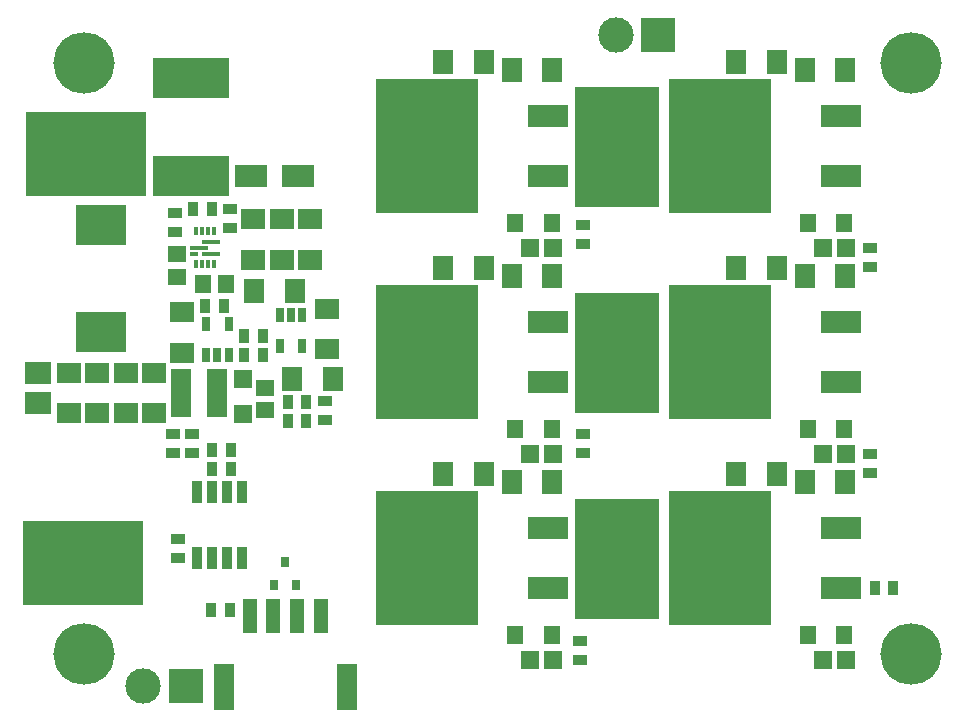
<source format=gts>
G04*
G04 #@! TF.GenerationSoftware,Altium Limited,Altium Designer,23.3.1 (30)*
G04*
G04 Layer_Color=8388736*
%FSLAX44Y44*%
%MOMM*%
G71*
G04*
G04 #@! TF.SameCoordinates,D690764C-15D9-45C2-B971-25477444B052*
G04*
G04*
G04 #@! TF.FilePolarity,Negative*
G04*
G01*
G75*
%ADD39R,1.4032X1.6032*%
%ADD40R,1.5032X1.6032*%
%ADD41R,1.7232X2.0032*%
%ADD42R,8.7032X11.4032*%
%ADD43R,3.4032X1.9532*%
%ADD44R,1.2032X0.9032*%
%ADD45R,3.0000X3.0000*%
%ADD46C,3.0000*%
%ADD47R,7.2032X10.2032*%
%ADD48R,0.9032X1.2032*%
%ADD49R,0.8032X0.4532*%
%ADD50R,1.6032X0.4532*%
%ADD51R,0.4532X0.8032*%
%ADD52R,1.6032X1.5032*%
%ADD53R,0.8032X1.3032*%
%ADD54R,2.0032X1.7232*%
%ADD55R,1.6032X1.4032*%
%ADD56R,4.3032X3.4032*%
%ADD57R,2.2032X1.9032*%
%ADD58R,1.6532X4.1032*%
%ADD59R,1.6532X4.0032*%
%ADD60R,1.2032X2.9032*%
%ADD61R,0.8032X0.9032*%
%ADD62R,0.8532X1.9532*%
%ADD63R,2.7032X1.9032*%
%ADD64R,6.4032X3.5032*%
%ADD65R,10.2032X7.2032*%
%ADD66C,0.2032*%
%ADD67C,5.2032*%
D39*
X1075500Y1585000D02*
D03*
X1106500D02*
D03*
X1323500Y1410500D02*
D03*
X1354500D02*
D03*
X1323500Y1236000D02*
D03*
X1354500D02*
D03*
X1075500D02*
D03*
X1106500D02*
D03*
X1323500Y1585000D02*
D03*
X1354500D02*
D03*
X1075500Y1410500D02*
D03*
X1106500D02*
D03*
X811500Y1533000D02*
D03*
X830500D02*
D03*
D40*
X1107500Y1564000D02*
D03*
X1088500D02*
D03*
X1355500Y1389500D02*
D03*
X1336500D02*
D03*
X1355500Y1215000D02*
D03*
X1336500D02*
D03*
X1107500D02*
D03*
X1088500D02*
D03*
X1355500Y1564000D02*
D03*
X1336500D02*
D03*
X1107500Y1389500D02*
D03*
X1088500D02*
D03*
D41*
X1072900Y1540000D02*
D03*
X1107100D02*
D03*
X1297100Y1372500D02*
D03*
X1262900D02*
D03*
X1355100Y1365500D02*
D03*
X1320900D02*
D03*
X1072900Y1714500D02*
D03*
X1107100D02*
D03*
X1297100Y1721500D02*
D03*
X1262900D02*
D03*
X1355100Y1714500D02*
D03*
X1320900D02*
D03*
X1355100Y1540000D02*
D03*
X1320900D02*
D03*
X1072900Y1365500D02*
D03*
X1107100D02*
D03*
X886900Y1453000D02*
D03*
X921100D02*
D03*
X854900Y1527000D02*
D03*
X889100D02*
D03*
X1049100Y1372500D02*
D03*
X1014900D02*
D03*
X1297100Y1547000D02*
D03*
X1262900D02*
D03*
X1049100D02*
D03*
X1014900D02*
D03*
X1049100Y1721500D02*
D03*
X1014900D02*
D03*
D42*
X1248750Y1475500D02*
D03*
Y1301000D02*
D03*
X1000750D02*
D03*
X1248750Y1650000D02*
D03*
X1000750Y1475500D02*
D03*
Y1650000D02*
D03*
D43*
X1351250Y1500900D02*
D03*
Y1450100D02*
D03*
Y1326400D02*
D03*
Y1275600D02*
D03*
X1103250Y1326400D02*
D03*
Y1275600D02*
D03*
X1351250Y1675400D02*
D03*
Y1624600D02*
D03*
X1103250Y1500900D02*
D03*
Y1450100D02*
D03*
Y1675400D02*
D03*
Y1624600D02*
D03*
D44*
X1133000Y1583000D02*
D03*
Y1567000D02*
D03*
X1131000Y1231000D02*
D03*
Y1215000D02*
D03*
X1376000Y1564000D02*
D03*
Y1548000D02*
D03*
X1133000Y1406000D02*
D03*
Y1390000D02*
D03*
X834000Y1597000D02*
D03*
Y1581000D02*
D03*
X788000Y1593000D02*
D03*
Y1577000D02*
D03*
X802000Y1406000D02*
D03*
Y1390000D02*
D03*
X786000Y1406000D02*
D03*
Y1390000D02*
D03*
X915000Y1434000D02*
D03*
Y1418000D02*
D03*
X1376000Y1389500D02*
D03*
Y1373500D02*
D03*
X790000Y1301000D02*
D03*
Y1317000D02*
D03*
D45*
X1197000Y1744000D02*
D03*
X797000Y1193000D02*
D03*
D46*
X1160997Y1744000D02*
D03*
X760996Y1193000D02*
D03*
D47*
X1162000Y1300000D02*
D03*
Y1474500D02*
D03*
Y1649000D02*
D03*
D48*
X846000Y1473000D02*
D03*
X862000D02*
D03*
X862000Y1489000D02*
D03*
X846000D02*
D03*
X819000Y1597000D02*
D03*
X803000D02*
D03*
X813000Y1515000D02*
D03*
X829000D02*
D03*
X819000Y1393000D02*
D03*
X835000D02*
D03*
X834000Y1257000D02*
D03*
X818000D02*
D03*
X899000Y1433000D02*
D03*
X883000D02*
D03*
X899000Y1417000D02*
D03*
X883000D02*
D03*
X1380000Y1276000D02*
D03*
X1396000D02*
D03*
X835000Y1377000D02*
D03*
X819000D02*
D03*
D49*
X804000Y1559000D02*
D03*
D50*
X818000D02*
D03*
X808000Y1564000D02*
D03*
X818000Y1569000D02*
D03*
D51*
X805500Y1550000D02*
D03*
X810500D02*
D03*
X815500D02*
D03*
X820500D02*
D03*
X805500Y1578000D02*
D03*
X810500D02*
D03*
X815500D02*
D03*
X820500D02*
D03*
D52*
X845000Y1452500D02*
D03*
Y1423500D02*
D03*
D53*
X814000Y1473000D02*
D03*
X823500D02*
D03*
X833000D02*
D03*
X814000Y1499000D02*
D03*
X833000D02*
D03*
X895500Y1507000D02*
D03*
X886000D02*
D03*
X876500D02*
D03*
X895500Y1481000D02*
D03*
X876500D02*
D03*
D54*
X794000Y1474900D02*
D03*
Y1509100D02*
D03*
X698000Y1423900D02*
D03*
Y1458100D02*
D03*
X722000Y1423900D02*
D03*
Y1458100D02*
D03*
X746000Y1423900D02*
D03*
Y1458100D02*
D03*
X770000Y1423900D02*
D03*
Y1458100D02*
D03*
X916000Y1512100D02*
D03*
Y1477900D02*
D03*
X854000Y1588100D02*
D03*
Y1553900D02*
D03*
X878000Y1588100D02*
D03*
Y1553900D02*
D03*
X902000Y1588100D02*
D03*
Y1553900D02*
D03*
D55*
X789000Y1558500D02*
D03*
Y1539500D02*
D03*
X864000Y1426500D02*
D03*
Y1445500D02*
D03*
D56*
X725000Y1493000D02*
D03*
Y1583000D02*
D03*
D57*
X672000Y1457700D02*
D03*
Y1432300D02*
D03*
D58*
X823000Y1441000D02*
D03*
X793000D02*
D03*
D59*
X829000Y1192000D02*
D03*
X933000D02*
D03*
D60*
X851000Y1252000D02*
D03*
X871000D02*
D03*
X891000D02*
D03*
X911000D02*
D03*
D61*
X881000Y1298000D02*
D03*
X890500Y1278000D02*
D03*
X871500D02*
D03*
D62*
X831350Y1301000D02*
D03*
X818650D02*
D03*
X805950D02*
D03*
X844050D02*
D03*
X805950Y1357000D02*
D03*
X818650D02*
D03*
X831350D02*
D03*
X844050D02*
D03*
D63*
X852000Y1625000D02*
D03*
X892000D02*
D03*
D64*
X801000Y1624500D02*
D03*
Y1707500D02*
D03*
D65*
X710000Y1297000D02*
D03*
X712000Y1643000D02*
D03*
D66*
X725142Y1734142D02*
D03*
X731000Y1720000D02*
D03*
X725142Y1705858D02*
D03*
X711000Y1700000D02*
D03*
X696858Y1705858D02*
D03*
X691000Y1720000D02*
D03*
X696858Y1734142D02*
D03*
X711000Y1740000D02*
D03*
X1425142Y1734142D02*
D03*
X1431000Y1720000D02*
D03*
X1425142Y1705858D02*
D03*
X1411000Y1700000D02*
D03*
X1396858Y1705858D02*
D03*
X1391000Y1720000D02*
D03*
X1396858Y1734142D02*
D03*
X1411000Y1740000D02*
D03*
X1425142Y1234142D02*
D03*
X1431000Y1220000D02*
D03*
X1425142Y1205858D02*
D03*
X1411000Y1200000D02*
D03*
X1396858Y1205858D02*
D03*
X1391000Y1220000D02*
D03*
X1396858Y1234142D02*
D03*
X1411000Y1240000D02*
D03*
X725142Y1234142D02*
D03*
X731000Y1220000D02*
D03*
X725142Y1205858D02*
D03*
X711000Y1200000D02*
D03*
X696858Y1205858D02*
D03*
X691000Y1220000D02*
D03*
X696858Y1234142D02*
D03*
X711000Y1240000D02*
D03*
D67*
Y1720000D02*
D03*
X1411000D02*
D03*
Y1220000D02*
D03*
X711000D02*
D03*
M02*

</source>
